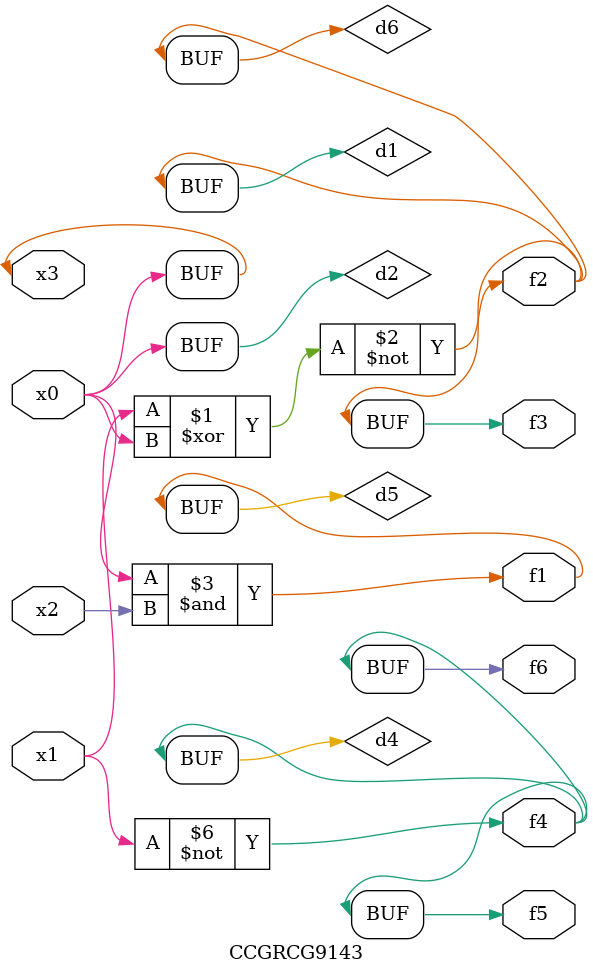
<source format=v>
module CCGRCG9143(
	input x0, x1, x2, x3,
	output f1, f2, f3, f4, f5, f6
);

	wire d1, d2, d3, d4, d5, d6;

	xnor (d1, x1, x3);
	buf (d2, x0, x3);
	nand (d3, x0, x2);
	not (d4, x1);
	nand (d5, d3);
	or (d6, d1);
	assign f1 = d5;
	assign f2 = d6;
	assign f3 = d6;
	assign f4 = d4;
	assign f5 = d4;
	assign f6 = d4;
endmodule

</source>
